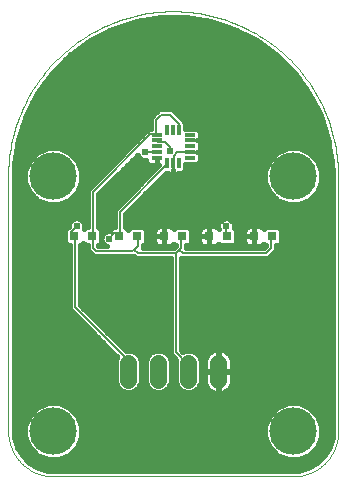
<source format=gtl>
G75*
%MOIN*%
%OFA0B0*%
%FSLAX25Y25*%
%IPPOS*%
%LPD*%
%AMOC8*
5,1,8,0,0,1.08239X$1,22.5*
%
%ADD10C,0.05543*%
%ADD11C,0.00000*%
%ADD12C,0.15811*%
%ADD13R,0.03740X0.01201*%
%ADD14R,0.01201X0.03740*%
%ADD15R,0.03150X0.03150*%
%ADD16C,0.00600*%
%ADD17C,0.02400*%
%ADD18C,0.01600*%
D10*
X0046800Y0051234D02*
X0046800Y0056778D01*
X0056800Y0056778D02*
X0056800Y0051234D01*
X0066800Y0051234D02*
X0066800Y0056778D01*
X0076800Y0056778D02*
X0076800Y0051234D01*
D11*
X0101800Y0019006D02*
X0102162Y0019010D01*
X0102525Y0019024D01*
X0102887Y0019045D01*
X0103248Y0019076D01*
X0103608Y0019115D01*
X0103967Y0019163D01*
X0104325Y0019220D01*
X0104682Y0019285D01*
X0105037Y0019359D01*
X0105390Y0019442D01*
X0105741Y0019533D01*
X0106089Y0019632D01*
X0106435Y0019740D01*
X0106779Y0019856D01*
X0107119Y0019981D01*
X0107456Y0020113D01*
X0107790Y0020254D01*
X0108121Y0020403D01*
X0108448Y0020560D01*
X0108771Y0020724D01*
X0109090Y0020896D01*
X0109404Y0021076D01*
X0109715Y0021264D01*
X0110020Y0021459D01*
X0110321Y0021661D01*
X0110617Y0021871D01*
X0110907Y0022087D01*
X0111193Y0022311D01*
X0111473Y0022541D01*
X0111747Y0022778D01*
X0112015Y0023022D01*
X0112278Y0023272D01*
X0112534Y0023528D01*
X0112784Y0023791D01*
X0113028Y0024059D01*
X0113265Y0024333D01*
X0113495Y0024613D01*
X0113719Y0024899D01*
X0113935Y0025189D01*
X0114145Y0025485D01*
X0114347Y0025786D01*
X0114542Y0026091D01*
X0114730Y0026402D01*
X0114910Y0026716D01*
X0115082Y0027035D01*
X0115246Y0027358D01*
X0115403Y0027685D01*
X0115552Y0028016D01*
X0115693Y0028350D01*
X0115825Y0028687D01*
X0115950Y0029027D01*
X0116066Y0029371D01*
X0116174Y0029717D01*
X0116273Y0030065D01*
X0116364Y0030416D01*
X0116447Y0030769D01*
X0116521Y0031124D01*
X0116586Y0031481D01*
X0116643Y0031839D01*
X0116691Y0032198D01*
X0116730Y0032558D01*
X0116761Y0032919D01*
X0116782Y0033281D01*
X0116796Y0033644D01*
X0116800Y0034006D01*
X0116800Y0119006D01*
X0116784Y0120345D01*
X0116735Y0121684D01*
X0116653Y0123021D01*
X0116539Y0124355D01*
X0116393Y0125687D01*
X0116214Y0127014D01*
X0116003Y0128337D01*
X0115759Y0129654D01*
X0115484Y0130965D01*
X0115177Y0132268D01*
X0114838Y0133564D01*
X0114468Y0134851D01*
X0114067Y0136129D01*
X0113634Y0137397D01*
X0113171Y0138654D01*
X0112677Y0139899D01*
X0112153Y0141132D01*
X0111600Y0142351D01*
X0111016Y0143557D01*
X0110404Y0144748D01*
X0109763Y0145924D01*
X0109093Y0147084D01*
X0108395Y0148227D01*
X0107670Y0149353D01*
X0106917Y0150461D01*
X0106138Y0151551D01*
X0105332Y0152621D01*
X0104501Y0153671D01*
X0103644Y0154700D01*
X0102762Y0155709D01*
X0101857Y0156695D01*
X0100927Y0157659D01*
X0099974Y0158601D01*
X0098999Y0159519D01*
X0098001Y0160412D01*
X0096982Y0161282D01*
X0095942Y0162126D01*
X0094882Y0162944D01*
X0093802Y0163737D01*
X0092704Y0164503D01*
X0091586Y0165242D01*
X0090452Y0165954D01*
X0089300Y0166637D01*
X0088132Y0167293D01*
X0086948Y0167920D01*
X0085750Y0168518D01*
X0084537Y0169086D01*
X0083311Y0169625D01*
X0082072Y0170134D01*
X0080821Y0170612D01*
X0079558Y0171060D01*
X0078286Y0171477D01*
X0077003Y0171863D01*
X0075711Y0172218D01*
X0074411Y0172541D01*
X0073104Y0172832D01*
X0071790Y0173091D01*
X0070470Y0173318D01*
X0069145Y0173513D01*
X0067815Y0173676D01*
X0066482Y0173806D01*
X0065147Y0173904D01*
X0063809Y0173969D01*
X0062470Y0174002D01*
X0061130Y0174002D01*
X0059791Y0173969D01*
X0058453Y0173904D01*
X0057118Y0173806D01*
X0055785Y0173676D01*
X0054455Y0173513D01*
X0053130Y0173318D01*
X0051810Y0173091D01*
X0050496Y0172832D01*
X0049189Y0172541D01*
X0047889Y0172218D01*
X0046597Y0171863D01*
X0045314Y0171477D01*
X0044042Y0171060D01*
X0042779Y0170612D01*
X0041528Y0170134D01*
X0040289Y0169625D01*
X0039063Y0169086D01*
X0037850Y0168518D01*
X0036652Y0167920D01*
X0035468Y0167293D01*
X0034300Y0166637D01*
X0033148Y0165954D01*
X0032014Y0165242D01*
X0030896Y0164503D01*
X0029798Y0163737D01*
X0028718Y0162944D01*
X0027658Y0162126D01*
X0026618Y0161282D01*
X0025599Y0160412D01*
X0024601Y0159519D01*
X0023626Y0158601D01*
X0022673Y0157659D01*
X0021743Y0156695D01*
X0020838Y0155709D01*
X0019956Y0154700D01*
X0019099Y0153671D01*
X0018268Y0152621D01*
X0017462Y0151551D01*
X0016683Y0150461D01*
X0015930Y0149353D01*
X0015205Y0148227D01*
X0014507Y0147084D01*
X0013837Y0145924D01*
X0013196Y0144748D01*
X0012584Y0143557D01*
X0012000Y0142351D01*
X0011447Y0141132D01*
X0010923Y0139899D01*
X0010429Y0138654D01*
X0009966Y0137397D01*
X0009533Y0136129D01*
X0009132Y0134851D01*
X0008762Y0133564D01*
X0008423Y0132268D01*
X0008116Y0130965D01*
X0007841Y0129654D01*
X0007597Y0128337D01*
X0007386Y0127014D01*
X0007207Y0125687D01*
X0007061Y0124355D01*
X0006947Y0123021D01*
X0006865Y0121684D01*
X0006816Y0120345D01*
X0006800Y0119006D01*
X0006800Y0034006D01*
X0006804Y0033644D01*
X0006818Y0033281D01*
X0006839Y0032919D01*
X0006870Y0032558D01*
X0006909Y0032198D01*
X0006957Y0031839D01*
X0007014Y0031481D01*
X0007079Y0031124D01*
X0007153Y0030769D01*
X0007236Y0030416D01*
X0007327Y0030065D01*
X0007426Y0029717D01*
X0007534Y0029371D01*
X0007650Y0029027D01*
X0007775Y0028687D01*
X0007907Y0028350D01*
X0008048Y0028016D01*
X0008197Y0027685D01*
X0008354Y0027358D01*
X0008518Y0027035D01*
X0008690Y0026716D01*
X0008870Y0026402D01*
X0009058Y0026091D01*
X0009253Y0025786D01*
X0009455Y0025485D01*
X0009665Y0025189D01*
X0009881Y0024899D01*
X0010105Y0024613D01*
X0010335Y0024333D01*
X0010572Y0024059D01*
X0010816Y0023791D01*
X0011066Y0023528D01*
X0011322Y0023272D01*
X0011585Y0023022D01*
X0011853Y0022778D01*
X0012127Y0022541D01*
X0012407Y0022311D01*
X0012693Y0022087D01*
X0012983Y0021871D01*
X0013279Y0021661D01*
X0013580Y0021459D01*
X0013885Y0021264D01*
X0014196Y0021076D01*
X0014510Y0020896D01*
X0014829Y0020724D01*
X0015152Y0020560D01*
X0015479Y0020403D01*
X0015810Y0020254D01*
X0016144Y0020113D01*
X0016481Y0019981D01*
X0016821Y0019856D01*
X0017165Y0019740D01*
X0017511Y0019632D01*
X0017859Y0019533D01*
X0018210Y0019442D01*
X0018563Y0019359D01*
X0018918Y0019285D01*
X0019275Y0019220D01*
X0019633Y0019163D01*
X0019992Y0019115D01*
X0020352Y0019076D01*
X0020713Y0019045D01*
X0021075Y0019024D01*
X0021438Y0019010D01*
X0021800Y0019006D01*
X0101800Y0019006D01*
D12*
X0101800Y0034006D03*
X0101800Y0119006D03*
X0021800Y0119006D03*
X0021800Y0034006D03*
D13*
X0056288Y0125069D03*
X0056288Y0127037D03*
X0056288Y0129006D03*
X0056288Y0130974D03*
X0056288Y0132943D03*
X0067312Y0132943D03*
X0067312Y0130974D03*
X0067312Y0129006D03*
X0067312Y0127037D03*
X0067312Y0125069D03*
D14*
X0063769Y0123494D03*
X0061800Y0123494D03*
X0059831Y0123494D03*
X0059871Y0134518D03*
X0061839Y0134518D03*
X0063808Y0134518D03*
D15*
X0064753Y0099006D03*
X0058847Y0099006D03*
X0049753Y0099006D03*
X0043847Y0099006D03*
X0034753Y0099006D03*
X0028847Y0099006D03*
X0073847Y0099006D03*
X0079753Y0099006D03*
X0088847Y0099006D03*
X0094753Y0099006D03*
D16*
X0094400Y0098806D01*
X0094400Y0095206D01*
X0092600Y0093406D01*
X0065000Y0093406D01*
X0063800Y0094606D01*
X0064400Y0095206D01*
X0064400Y0098806D01*
X0064753Y0099006D01*
X0063800Y0094606D02*
X0062600Y0093406D01*
X0062600Y0060406D01*
X0066800Y0056206D01*
X0066800Y0054006D01*
X0046800Y0054006D02*
X0046400Y0054406D01*
X0046400Y0058006D01*
X0029000Y0075406D01*
X0029000Y0098806D01*
X0028847Y0099006D01*
X0028400Y0099406D01*
X0027800Y0100006D01*
X0027800Y0100606D01*
X0029600Y0102406D01*
X0034753Y0099006D02*
X0035000Y0099406D01*
X0035000Y0113806D01*
X0054200Y0133006D01*
X0056000Y0133006D01*
X0056288Y0132943D01*
X0056000Y0133006D02*
X0056000Y0137806D01*
X0057800Y0139606D01*
X0060800Y0139606D01*
X0063800Y0136606D01*
X0063800Y0134806D01*
X0063808Y0134518D01*
X0067400Y0131206D02*
X0067312Y0130974D01*
X0067400Y0131206D02*
X0069200Y0131206D01*
X0069794Y0130974D01*
X0067312Y0127037D02*
X0066800Y0127006D01*
X0063200Y0127006D01*
X0062000Y0125806D01*
X0062000Y0124006D01*
X0061800Y0123494D01*
X0062000Y0123406D01*
X0062000Y0121606D01*
X0061800Y0121012D01*
X0060200Y0123406D02*
X0059831Y0123494D01*
X0060200Y0123406D02*
X0044000Y0107206D01*
X0044000Y0100006D01*
X0043847Y0099006D01*
X0044000Y0099406D01*
X0044000Y0100006D01*
X0042200Y0100006D01*
X0040400Y0098206D01*
X0036200Y0094006D02*
X0048200Y0094006D01*
X0048800Y0094606D01*
X0050000Y0093406D01*
X0062600Y0093406D01*
X0050000Y0095806D02*
X0050000Y0098806D01*
X0049753Y0099006D01*
X0050000Y0095806D02*
X0048800Y0094606D01*
X0036200Y0094006D02*
X0035000Y0095206D01*
X0035000Y0098806D01*
X0034753Y0099006D01*
X0052400Y0127006D02*
X0056000Y0127006D01*
X0056288Y0127037D01*
X0056600Y0130606D02*
X0056288Y0130974D01*
X0056600Y0130606D02*
X0059000Y0130606D01*
X0060800Y0128806D01*
X0060800Y0127606D01*
X0079400Y0102406D02*
X0079400Y0099406D01*
X0079753Y0099006D01*
D17*
X0079400Y0102406D03*
X0060800Y0127606D03*
X0052400Y0127006D03*
X0039300Y0106506D03*
X0040400Y0098206D03*
X0029600Y0102406D03*
D18*
X0011328Y0025970D02*
X0013764Y0023534D01*
X0016749Y0021811D01*
X0020077Y0020919D01*
X0021800Y0020806D01*
X0101800Y0020806D01*
X0103523Y0020919D01*
X0106851Y0021811D01*
X0109836Y0023534D01*
X0112272Y0025970D01*
X0113995Y0028954D01*
X0114887Y0032283D01*
X0115000Y0034006D01*
X0115000Y0119006D01*
X0114836Y0123180D01*
X0113530Y0131425D01*
X0110950Y0139365D01*
X0107160Y0146803D01*
X0107160Y0146803D01*
X0102254Y0153557D01*
X0102254Y0153557D01*
X0096351Y0159459D01*
X0089597Y0164366D01*
X0082159Y0168156D01*
X0074219Y0170736D01*
X0065974Y0172042D01*
X0057626Y0172042D01*
X0049381Y0170736D01*
X0041441Y0168156D01*
X0034003Y0164366D01*
X0027249Y0159459D01*
X0021346Y0153557D01*
X0016440Y0146803D01*
X0012650Y0139365D01*
X0010070Y0131425D01*
X0008764Y0123180D01*
X0008600Y0119006D01*
X0008600Y0034006D01*
X0008713Y0032283D01*
X0009605Y0028954D01*
X0011328Y0025970D01*
X0011898Y0025400D02*
X0018260Y0025400D01*
X0019949Y0024700D02*
X0016529Y0026117D01*
X0013911Y0028735D01*
X0012494Y0032155D01*
X0012494Y0035857D01*
X0013911Y0039277D01*
X0016529Y0041895D01*
X0019949Y0043311D01*
X0023651Y0043311D01*
X0027071Y0041895D01*
X0029689Y0039277D01*
X0031105Y0035857D01*
X0031105Y0032155D01*
X0029689Y0028735D01*
X0027071Y0026117D01*
X0023651Y0024700D01*
X0019949Y0024700D01*
X0016069Y0022203D02*
X0107531Y0022203D01*
X0105340Y0025400D02*
X0111702Y0025400D01*
X0112866Y0026998D02*
X0107953Y0026998D01*
X0107071Y0026117D02*
X0109689Y0028735D01*
X0111105Y0032155D01*
X0111105Y0035857D01*
X0109689Y0039277D01*
X0107071Y0041895D01*
X0103651Y0043311D01*
X0099949Y0043311D01*
X0096529Y0041895D01*
X0093911Y0039277D01*
X0092494Y0035857D01*
X0092494Y0032155D01*
X0093911Y0028735D01*
X0096529Y0026117D01*
X0099949Y0024700D01*
X0103651Y0024700D01*
X0107071Y0026117D01*
X0109551Y0028597D02*
X0113789Y0028597D01*
X0114328Y0030195D02*
X0110294Y0030195D01*
X0110956Y0031794D02*
X0114756Y0031794D01*
X0114960Y0033393D02*
X0111105Y0033393D01*
X0111105Y0034991D02*
X0115000Y0034991D01*
X0115000Y0036590D02*
X0110802Y0036590D01*
X0110140Y0038188D02*
X0115000Y0038188D01*
X0115000Y0039787D02*
X0109179Y0039787D01*
X0107581Y0041385D02*
X0115000Y0041385D01*
X0115000Y0042984D02*
X0104442Y0042984D01*
X0099158Y0042984D02*
X0024442Y0042984D01*
X0027581Y0041385D02*
X0096019Y0041385D01*
X0094421Y0039787D02*
X0029179Y0039787D01*
X0030140Y0038188D02*
X0093460Y0038188D01*
X0092798Y0036590D02*
X0030802Y0036590D01*
X0031105Y0034991D02*
X0092494Y0034991D01*
X0092494Y0033393D02*
X0031105Y0033393D01*
X0030956Y0031794D02*
X0092644Y0031794D01*
X0093306Y0030195D02*
X0030294Y0030195D01*
X0029551Y0028597D02*
X0094049Y0028597D01*
X0095647Y0026998D02*
X0027953Y0026998D01*
X0025340Y0025400D02*
X0098260Y0025400D01*
X0110103Y0023801D02*
X0013497Y0023801D01*
X0015647Y0026998D02*
X0010734Y0026998D01*
X0009811Y0028597D02*
X0014049Y0028597D01*
X0013306Y0030195D02*
X0009272Y0030195D01*
X0008844Y0031794D02*
X0012644Y0031794D01*
X0012494Y0033393D02*
X0008640Y0033393D01*
X0008600Y0034991D02*
X0012494Y0034991D01*
X0012798Y0036590D02*
X0008600Y0036590D01*
X0008600Y0038188D02*
X0013460Y0038188D01*
X0014421Y0039787D02*
X0008600Y0039787D01*
X0008600Y0041385D02*
X0016019Y0041385D01*
X0019158Y0042984D02*
X0008600Y0042984D01*
X0008600Y0044582D02*
X0115000Y0044582D01*
X0115000Y0046181D02*
X0008600Y0046181D01*
X0008600Y0047779D02*
X0044356Y0047779D01*
X0044437Y0047698D02*
X0045970Y0047063D01*
X0047630Y0047063D01*
X0049163Y0047698D01*
X0050337Y0048871D01*
X0050972Y0050404D01*
X0050972Y0057607D01*
X0050337Y0059141D01*
X0049163Y0060314D01*
X0047630Y0060949D01*
X0045970Y0060949D01*
X0045893Y0060917D01*
X0030700Y0076110D01*
X0030700Y0096031D01*
X0031002Y0096031D01*
X0031800Y0096829D01*
X0032598Y0096031D01*
X0033300Y0096031D01*
X0033300Y0094502D01*
X0034500Y0093302D01*
X0035496Y0092306D01*
X0048696Y0092306D01*
X0049296Y0091706D01*
X0060900Y0091706D01*
X0060900Y0059702D01*
X0061896Y0058706D01*
X0062736Y0057866D01*
X0062628Y0057607D01*
X0062628Y0050404D01*
X0063263Y0048871D01*
X0064437Y0047698D01*
X0065970Y0047063D01*
X0067630Y0047063D01*
X0069163Y0047698D01*
X0070337Y0048871D01*
X0070972Y0050404D01*
X0070972Y0057607D01*
X0070337Y0059141D01*
X0069163Y0060314D01*
X0067630Y0060949D01*
X0065970Y0060949D01*
X0064903Y0060507D01*
X0064300Y0061110D01*
X0064300Y0091706D01*
X0093304Y0091706D01*
X0094300Y0092702D01*
X0096100Y0094502D01*
X0096100Y0096031D01*
X0096907Y0096031D01*
X0097728Y0096851D01*
X0097728Y0101161D01*
X0096907Y0101981D01*
X0092598Y0101981D01*
X0092024Y0101406D01*
X0091862Y0101686D01*
X0091527Y0102021D01*
X0091117Y0102258D01*
X0090659Y0102381D01*
X0088847Y0102381D01*
X0087035Y0102381D01*
X0086578Y0102258D01*
X0086167Y0102021D01*
X0085832Y0101686D01*
X0085595Y0101275D01*
X0085472Y0100818D01*
X0085472Y0099006D01*
X0088847Y0099006D01*
X0088847Y0099006D01*
X0088847Y0102381D01*
X0088847Y0099006D01*
X0088847Y0099006D01*
X0085472Y0099006D01*
X0085472Y0097194D01*
X0085595Y0096736D01*
X0085832Y0096326D01*
X0086167Y0095991D01*
X0086578Y0095754D01*
X0087035Y0095631D01*
X0088847Y0095631D01*
X0088847Y0099006D01*
X0088847Y0099006D01*
X0088847Y0095631D01*
X0090659Y0095631D01*
X0091117Y0095754D01*
X0091527Y0095991D01*
X0091862Y0096326D01*
X0092024Y0096605D01*
X0092598Y0096031D01*
X0092700Y0096031D01*
X0092700Y0095910D01*
X0091896Y0095106D01*
X0066100Y0095106D01*
X0066100Y0096031D01*
X0066907Y0096031D01*
X0067728Y0096851D01*
X0067728Y0101161D01*
X0066907Y0101981D01*
X0062598Y0101981D01*
X0062024Y0101406D01*
X0061862Y0101686D01*
X0061527Y0102021D01*
X0061117Y0102258D01*
X0060659Y0102381D01*
X0058847Y0102381D01*
X0057035Y0102381D01*
X0056578Y0102258D01*
X0056167Y0102021D01*
X0055832Y0101686D01*
X0055595Y0101275D01*
X0055472Y0100818D01*
X0055472Y0099006D01*
X0058847Y0099006D01*
X0058847Y0099006D01*
X0058847Y0102381D01*
X0058847Y0099006D01*
X0058847Y0099006D01*
X0055472Y0099006D01*
X0055472Y0097194D01*
X0055595Y0096736D01*
X0055832Y0096326D01*
X0056167Y0095991D01*
X0056578Y0095754D01*
X0057035Y0095631D01*
X0058847Y0095631D01*
X0058847Y0099006D01*
X0058847Y0099006D01*
X0058847Y0095631D01*
X0060659Y0095631D01*
X0061117Y0095754D01*
X0061527Y0095991D01*
X0061862Y0096326D01*
X0062024Y0096605D01*
X0062598Y0096031D01*
X0062700Y0096031D01*
X0062700Y0095910D01*
X0062100Y0095310D01*
X0061896Y0095106D01*
X0051700Y0095106D01*
X0051700Y0096031D01*
X0051907Y0096031D01*
X0052728Y0096851D01*
X0052728Y0101161D01*
X0051907Y0101981D01*
X0047598Y0101981D01*
X0046800Y0101183D01*
X0046002Y0101981D01*
X0045700Y0101981D01*
X0045700Y0106502D01*
X0059422Y0120224D01*
X0060054Y0120224D01*
X0060094Y0120184D01*
X0060505Y0119947D01*
X0060963Y0119824D01*
X0061800Y0119824D01*
X0062637Y0119824D01*
X0063095Y0119947D01*
X0063506Y0120184D01*
X0063546Y0120224D01*
X0064949Y0120224D01*
X0065769Y0121044D01*
X0065769Y0123069D01*
X0069762Y0123069D01*
X0070582Y0123889D01*
X0070582Y0125291D01*
X0070622Y0125332D01*
X0070859Y0125742D01*
X0070982Y0126200D01*
X0070982Y0127037D01*
X0069794Y0127037D01*
X0069794Y0127037D01*
X0069794Y0127037D01*
X0070982Y0127037D01*
X0070982Y0127875D01*
X0070859Y0128333D01*
X0070622Y0128743D01*
X0070582Y0128783D01*
X0070582Y0129228D01*
X0070622Y0129269D01*
X0070859Y0129679D01*
X0070982Y0130137D01*
X0070982Y0130974D01*
X0069794Y0130974D01*
X0069794Y0130974D01*
X0069794Y0130974D01*
X0070982Y0130974D01*
X0070982Y0131812D01*
X0070859Y0132270D01*
X0070622Y0132680D01*
X0070582Y0132720D01*
X0070582Y0134123D01*
X0069762Y0134943D01*
X0065808Y0134943D01*
X0065808Y0136968D01*
X0065500Y0137276D01*
X0065500Y0137310D01*
X0064504Y0138306D01*
X0061504Y0141306D01*
X0057096Y0141306D01*
X0056100Y0140310D01*
X0054300Y0138510D01*
X0054300Y0134943D01*
X0053838Y0134943D01*
X0053601Y0134706D01*
X0053496Y0134706D01*
X0034296Y0115506D01*
X0033300Y0114510D01*
X0033300Y0101981D01*
X0032598Y0101981D01*
X0031984Y0101366D01*
X0032200Y0101889D01*
X0032200Y0102923D01*
X0031804Y0103879D01*
X0031073Y0104610D01*
X0030117Y0105006D01*
X0029083Y0105006D01*
X0028127Y0104610D01*
X0027396Y0103879D01*
X0027000Y0102923D01*
X0027000Y0102210D01*
X0026771Y0101981D01*
X0026693Y0101981D01*
X0025872Y0101161D01*
X0025872Y0096851D01*
X0026693Y0096031D01*
X0027300Y0096031D01*
X0027300Y0074702D01*
X0043146Y0058856D01*
X0042628Y0057607D01*
X0042628Y0050404D01*
X0043263Y0048871D01*
X0044437Y0047698D01*
X0043054Y0049378D02*
X0008600Y0049378D01*
X0008600Y0050976D02*
X0042628Y0050976D01*
X0042628Y0052575D02*
X0008600Y0052575D01*
X0008600Y0054173D02*
X0042628Y0054173D01*
X0042628Y0055772D02*
X0008600Y0055772D01*
X0008600Y0057370D02*
X0042628Y0057370D01*
X0043033Y0058969D02*
X0008600Y0058969D01*
X0008600Y0060567D02*
X0041435Y0060567D01*
X0039836Y0062166D02*
X0008600Y0062166D01*
X0008600Y0063764D02*
X0038238Y0063764D01*
X0036639Y0065363D02*
X0008600Y0065363D01*
X0008600Y0066961D02*
X0035040Y0066961D01*
X0033442Y0068560D02*
X0008600Y0068560D01*
X0008600Y0070158D02*
X0031843Y0070158D01*
X0030245Y0071757D02*
X0008600Y0071757D01*
X0008600Y0073355D02*
X0028646Y0073355D01*
X0027300Y0074954D02*
X0008600Y0074954D01*
X0008600Y0076552D02*
X0027300Y0076552D01*
X0027300Y0078151D02*
X0008600Y0078151D01*
X0008600Y0079749D02*
X0027300Y0079749D01*
X0027300Y0081348D02*
X0008600Y0081348D01*
X0008600Y0082946D02*
X0027300Y0082946D01*
X0027300Y0084545D02*
X0008600Y0084545D01*
X0008600Y0086143D02*
X0027300Y0086143D01*
X0027300Y0087742D02*
X0008600Y0087742D01*
X0008600Y0089340D02*
X0027300Y0089340D01*
X0027300Y0090939D02*
X0008600Y0090939D01*
X0008600Y0092537D02*
X0027300Y0092537D01*
X0027300Y0094136D02*
X0008600Y0094136D01*
X0008600Y0095734D02*
X0027300Y0095734D01*
X0025872Y0097333D02*
X0008600Y0097333D01*
X0008600Y0098931D02*
X0025872Y0098931D01*
X0025872Y0100530D02*
X0008600Y0100530D01*
X0008600Y0102128D02*
X0026918Y0102128D01*
X0027333Y0103727D02*
X0008600Y0103727D01*
X0008600Y0105326D02*
X0033300Y0105326D01*
X0033300Y0106924D02*
X0008600Y0106924D01*
X0008600Y0108523D02*
X0033300Y0108523D01*
X0033300Y0110121D02*
X0024667Y0110121D01*
X0023651Y0109700D02*
X0027071Y0111117D01*
X0029689Y0113735D01*
X0031105Y0117155D01*
X0031105Y0120857D01*
X0029689Y0124277D01*
X0027071Y0126895D01*
X0023651Y0128311D01*
X0019949Y0128311D01*
X0016529Y0126895D01*
X0013911Y0124277D01*
X0012494Y0120857D01*
X0012494Y0117155D01*
X0013911Y0113735D01*
X0016529Y0111117D01*
X0019949Y0109700D01*
X0023651Y0109700D01*
X0027674Y0111720D02*
X0033300Y0111720D01*
X0033300Y0113318D02*
X0029272Y0113318D01*
X0030178Y0114917D02*
X0033707Y0114917D01*
X0035305Y0116515D02*
X0030840Y0116515D01*
X0031105Y0118114D02*
X0036904Y0118114D01*
X0038502Y0119712D02*
X0031105Y0119712D01*
X0030918Y0121311D02*
X0040101Y0121311D01*
X0041699Y0122909D02*
X0030255Y0122909D01*
X0029458Y0124508D02*
X0043298Y0124508D01*
X0044896Y0126106D02*
X0027860Y0126106D01*
X0025116Y0127705D02*
X0046495Y0127705D01*
X0048093Y0129303D02*
X0009734Y0129303D01*
X0009481Y0127705D02*
X0018484Y0127705D01*
X0015740Y0126106D02*
X0009227Y0126106D01*
X0008974Y0124508D02*
X0014142Y0124508D01*
X0013345Y0122909D02*
X0008753Y0122909D01*
X0008691Y0121311D02*
X0012682Y0121311D01*
X0012494Y0119712D02*
X0008628Y0119712D01*
X0008600Y0118114D02*
X0012494Y0118114D01*
X0012759Y0116515D02*
X0008600Y0116515D01*
X0008600Y0114917D02*
X0013422Y0114917D01*
X0014328Y0113318D02*
X0008600Y0113318D01*
X0008600Y0111720D02*
X0015926Y0111720D01*
X0018933Y0110121D02*
X0008600Y0110121D01*
X0009987Y0130902D02*
X0049692Y0130902D01*
X0051290Y0132500D02*
X0010419Y0132500D01*
X0010939Y0134099D02*
X0052889Y0134099D01*
X0054300Y0135697D02*
X0011458Y0135697D01*
X0011977Y0137296D02*
X0054300Y0137296D01*
X0054684Y0138894D02*
X0012497Y0138894D01*
X0013224Y0140493D02*
X0056283Y0140493D01*
X0062317Y0140493D02*
X0110376Y0140493D01*
X0111103Y0138894D02*
X0063916Y0138894D01*
X0065500Y0137296D02*
X0111623Y0137296D01*
X0112142Y0135697D02*
X0065808Y0135697D01*
X0070582Y0134099D02*
X0112661Y0134099D01*
X0113181Y0132500D02*
X0070726Y0132500D01*
X0070982Y0130902D02*
X0113613Y0130902D01*
X0113866Y0129303D02*
X0070642Y0129303D01*
X0070982Y0127705D02*
X0098484Y0127705D01*
X0099949Y0128311D02*
X0096529Y0126895D01*
X0093911Y0124277D01*
X0092494Y0120857D01*
X0092494Y0117155D01*
X0093911Y0113735D01*
X0096529Y0111117D01*
X0099949Y0109700D01*
X0103651Y0109700D01*
X0107071Y0111117D01*
X0109689Y0113735D01*
X0111105Y0117155D01*
X0111105Y0120857D01*
X0109689Y0124277D01*
X0107071Y0126895D01*
X0103651Y0128311D01*
X0099949Y0128311D01*
X0095740Y0126106D02*
X0070957Y0126106D01*
X0070582Y0124508D02*
X0094142Y0124508D01*
X0093345Y0122909D02*
X0065769Y0122909D01*
X0065769Y0121311D02*
X0092682Y0121311D01*
X0092494Y0119712D02*
X0058910Y0119712D01*
X0057312Y0118114D02*
X0092494Y0118114D01*
X0092759Y0116515D02*
X0055713Y0116515D01*
X0054115Y0114917D02*
X0093422Y0114917D01*
X0094328Y0113318D02*
X0052516Y0113318D01*
X0050918Y0111720D02*
X0095926Y0111720D01*
X0098933Y0110121D02*
X0049319Y0110121D01*
X0047721Y0108523D02*
X0115000Y0108523D01*
X0115000Y0110121D02*
X0104667Y0110121D01*
X0107674Y0111720D02*
X0115000Y0111720D01*
X0115000Y0113318D02*
X0109272Y0113318D01*
X0110178Y0114917D02*
X0115000Y0114917D01*
X0115000Y0116515D02*
X0110840Y0116515D01*
X0111105Y0118114D02*
X0115000Y0118114D01*
X0114972Y0119712D02*
X0111105Y0119712D01*
X0110918Y0121311D02*
X0114909Y0121311D01*
X0114847Y0122909D02*
X0110255Y0122909D01*
X0109458Y0124508D02*
X0114626Y0124508D01*
X0114373Y0126106D02*
X0107860Y0126106D01*
X0105116Y0127705D02*
X0114119Y0127705D01*
X0109561Y0142091D02*
X0014039Y0142091D01*
X0014853Y0143690D02*
X0108747Y0143690D01*
X0107932Y0145288D02*
X0015668Y0145288D01*
X0016501Y0146887D02*
X0107099Y0146887D01*
X0105938Y0148485D02*
X0017662Y0148485D01*
X0018823Y0150084D02*
X0104777Y0150084D01*
X0103615Y0151682D02*
X0019985Y0151682D01*
X0021146Y0153281D02*
X0102454Y0153281D01*
X0100931Y0154879D02*
X0022669Y0154879D01*
X0024268Y0156478D02*
X0099332Y0156478D01*
X0097734Y0158076D02*
X0025866Y0158076D01*
X0027546Y0159675D02*
X0096054Y0159675D01*
X0093854Y0161273D02*
X0029746Y0161273D01*
X0031946Y0162872D02*
X0091654Y0162872D01*
X0089393Y0164470D02*
X0034207Y0164470D01*
X0037345Y0166069D02*
X0086255Y0166069D01*
X0083118Y0167667D02*
X0040482Y0167667D01*
X0044856Y0169266D02*
X0078744Y0169266D01*
X0073408Y0170864D02*
X0050192Y0170864D01*
X0049884Y0126286D02*
X0036700Y0113102D01*
X0036700Y0101981D01*
X0036907Y0101981D01*
X0037728Y0101161D01*
X0037728Y0096851D01*
X0036907Y0096031D01*
X0036700Y0096031D01*
X0036700Y0095910D01*
X0036904Y0095706D01*
X0039641Y0095706D01*
X0038927Y0096002D01*
X0038196Y0096733D01*
X0037800Y0097689D01*
X0037800Y0098723D01*
X0038196Y0099679D01*
X0038927Y0100410D01*
X0039883Y0100806D01*
X0040596Y0100806D01*
X0040872Y0101082D01*
X0040872Y0101161D01*
X0041693Y0101981D01*
X0042300Y0101981D01*
X0042300Y0107910D01*
X0057058Y0122669D01*
X0056288Y0122669D01*
X0056288Y0125037D01*
X0056288Y0125037D01*
X0056288Y0122669D01*
X0054181Y0122669D01*
X0053723Y0122791D01*
X0053313Y0123028D01*
X0052978Y0123363D01*
X0052741Y0123774D01*
X0052618Y0124232D01*
X0052618Y0124406D01*
X0051883Y0124406D01*
X0050927Y0124802D01*
X0050196Y0125533D01*
X0049884Y0126286D01*
X0049958Y0126106D02*
X0049704Y0126106D01*
X0048106Y0124508D02*
X0051637Y0124508D01*
X0053519Y0122909D02*
X0046507Y0122909D01*
X0044909Y0121311D02*
X0055701Y0121311D01*
X0056288Y0122909D02*
X0056288Y0122909D01*
X0056288Y0124508D02*
X0056288Y0124508D01*
X0054102Y0119712D02*
X0043310Y0119712D01*
X0041712Y0118114D02*
X0052504Y0118114D01*
X0050905Y0116515D02*
X0040113Y0116515D01*
X0038515Y0114917D02*
X0049307Y0114917D01*
X0047708Y0113318D02*
X0036916Y0113318D01*
X0036700Y0111720D02*
X0046110Y0111720D01*
X0044511Y0110121D02*
X0036700Y0110121D01*
X0036700Y0108523D02*
X0042912Y0108523D01*
X0042300Y0106924D02*
X0036700Y0106924D01*
X0036700Y0105326D02*
X0042300Y0105326D01*
X0042300Y0103727D02*
X0036700Y0103727D01*
X0036700Y0102128D02*
X0042300Y0102128D01*
X0045700Y0102128D02*
X0056353Y0102128D01*
X0055472Y0100530D02*
X0052728Y0100530D01*
X0052728Y0098931D02*
X0055472Y0098931D01*
X0055472Y0097333D02*
X0052728Y0097333D01*
X0051700Y0095734D02*
X0056650Y0095734D01*
X0058847Y0095734D02*
X0058847Y0095734D01*
X0058847Y0097333D02*
X0058847Y0097333D01*
X0058847Y0098931D02*
X0058847Y0098931D01*
X0058847Y0100530D02*
X0058847Y0100530D01*
X0058847Y0102128D02*
X0058847Y0102128D01*
X0061341Y0102128D02*
X0071353Y0102128D01*
X0071167Y0102021D02*
X0070832Y0101686D01*
X0070595Y0101275D01*
X0070472Y0100818D01*
X0070472Y0099006D01*
X0073847Y0099006D01*
X0073847Y0099006D01*
X0073847Y0102381D01*
X0072035Y0102381D01*
X0071578Y0102258D01*
X0071167Y0102021D01*
X0070472Y0100530D02*
X0067728Y0100530D01*
X0067728Y0098931D02*
X0070472Y0098931D01*
X0070472Y0099006D02*
X0070472Y0097194D01*
X0070595Y0096736D01*
X0070832Y0096326D01*
X0071167Y0095991D01*
X0071578Y0095754D01*
X0072035Y0095631D01*
X0073847Y0095631D01*
X0073847Y0099006D01*
X0073847Y0099006D01*
X0070472Y0099006D01*
X0070472Y0097333D02*
X0067728Y0097333D01*
X0066100Y0095734D02*
X0071650Y0095734D01*
X0073847Y0095734D02*
X0073847Y0095734D01*
X0073847Y0095631D02*
X0075659Y0095631D01*
X0076117Y0095754D01*
X0076527Y0095991D01*
X0076862Y0096326D01*
X0077024Y0096605D01*
X0077598Y0096031D01*
X0081907Y0096031D01*
X0082728Y0096851D01*
X0082728Y0101161D01*
X0082000Y0101888D01*
X0082000Y0101889D01*
X0082000Y0102923D01*
X0081604Y0103879D01*
X0080873Y0104610D01*
X0079917Y0105006D01*
X0078883Y0105006D01*
X0077927Y0104610D01*
X0077196Y0103879D01*
X0076800Y0102923D01*
X0076800Y0101889D01*
X0076939Y0101553D01*
X0076862Y0101686D01*
X0076527Y0102021D01*
X0076117Y0102258D01*
X0075659Y0102381D01*
X0073847Y0102381D01*
X0073847Y0099006D01*
X0073847Y0099006D01*
X0073847Y0095631D01*
X0073847Y0097333D02*
X0073847Y0097333D01*
X0073847Y0098931D02*
X0073847Y0098931D01*
X0073847Y0100530D02*
X0073847Y0100530D01*
X0073847Y0102128D02*
X0073847Y0102128D01*
X0076341Y0102128D02*
X0076800Y0102128D01*
X0077133Y0103727D02*
X0045700Y0103727D01*
X0045700Y0105326D02*
X0115000Y0105326D01*
X0115000Y0106924D02*
X0046122Y0106924D01*
X0039217Y0100530D02*
X0037728Y0100530D01*
X0037728Y0098931D02*
X0037886Y0098931D01*
X0037947Y0097333D02*
X0037728Y0097333D01*
X0036876Y0095734D02*
X0039573Y0095734D01*
X0035264Y0092537D02*
X0030700Y0092537D01*
X0030700Y0090939D02*
X0060900Y0090939D01*
X0060900Y0089340D02*
X0030700Y0089340D01*
X0030700Y0087742D02*
X0060900Y0087742D01*
X0060900Y0086143D02*
X0030700Y0086143D01*
X0030700Y0084545D02*
X0060900Y0084545D01*
X0060900Y0082946D02*
X0030700Y0082946D01*
X0030700Y0081348D02*
X0060900Y0081348D01*
X0060900Y0079749D02*
X0030700Y0079749D01*
X0030700Y0078151D02*
X0060900Y0078151D01*
X0060900Y0076552D02*
X0030700Y0076552D01*
X0031856Y0074954D02*
X0060900Y0074954D01*
X0060900Y0073355D02*
X0033455Y0073355D01*
X0035053Y0071757D02*
X0060900Y0071757D01*
X0060900Y0070158D02*
X0036652Y0070158D01*
X0038250Y0068560D02*
X0060900Y0068560D01*
X0060900Y0066961D02*
X0039849Y0066961D01*
X0041447Y0065363D02*
X0060900Y0065363D01*
X0060900Y0063764D02*
X0043046Y0063764D01*
X0044644Y0062166D02*
X0060900Y0062166D01*
X0060900Y0060567D02*
X0058552Y0060567D01*
X0059163Y0060314D02*
X0057630Y0060949D01*
X0055970Y0060949D01*
X0054437Y0060314D01*
X0053263Y0059141D01*
X0052628Y0057607D01*
X0052628Y0050404D01*
X0053263Y0048871D01*
X0054437Y0047698D01*
X0055970Y0047063D01*
X0057630Y0047063D01*
X0059163Y0047698D01*
X0060337Y0048871D01*
X0060972Y0050404D01*
X0060972Y0057607D01*
X0060337Y0059141D01*
X0059163Y0060314D01*
X0060408Y0058969D02*
X0061633Y0058969D01*
X0060972Y0057370D02*
X0062628Y0057370D01*
X0062628Y0055772D02*
X0060972Y0055772D01*
X0060972Y0054173D02*
X0062628Y0054173D01*
X0062628Y0052575D02*
X0060972Y0052575D01*
X0060972Y0050976D02*
X0062628Y0050976D01*
X0063054Y0049378D02*
X0060546Y0049378D01*
X0059244Y0047779D02*
X0064356Y0047779D01*
X0069244Y0047779D02*
X0073790Y0047779D01*
X0073822Y0047747D02*
X0074404Y0047324D01*
X0075045Y0046998D01*
X0075729Y0046775D01*
X0076440Y0046663D01*
X0076714Y0046663D01*
X0076714Y0053920D01*
X0072228Y0053920D01*
X0072228Y0050874D01*
X0072341Y0050164D01*
X0072563Y0049479D01*
X0072890Y0048838D01*
X0073313Y0048256D01*
X0073822Y0047747D01*
X0072615Y0049378D02*
X0070546Y0049378D01*
X0070972Y0050976D02*
X0072228Y0050976D01*
X0072228Y0052575D02*
X0070972Y0052575D01*
X0070972Y0054173D02*
X0072228Y0054173D01*
X0072228Y0054092D02*
X0076714Y0054092D01*
X0076714Y0061349D01*
X0076440Y0061349D01*
X0075729Y0061237D01*
X0075045Y0061014D01*
X0074404Y0060688D01*
X0073822Y0060265D01*
X0073313Y0059756D01*
X0072890Y0059174D01*
X0072563Y0058532D01*
X0072341Y0057848D01*
X0072228Y0057137D01*
X0072228Y0054092D01*
X0072228Y0055772D02*
X0070972Y0055772D01*
X0070972Y0057370D02*
X0072265Y0057370D01*
X0072786Y0058969D02*
X0070408Y0058969D01*
X0068552Y0060567D02*
X0074238Y0060567D01*
X0076714Y0060567D02*
X0076886Y0060567D01*
X0076886Y0061349D02*
X0076886Y0054092D01*
X0076714Y0054092D01*
X0076714Y0053920D01*
X0076886Y0053920D01*
X0076886Y0054092D01*
X0081372Y0054092D01*
X0081372Y0057137D01*
X0081259Y0057848D01*
X0081037Y0058532D01*
X0080710Y0059174D01*
X0080287Y0059756D01*
X0079778Y0060265D01*
X0079196Y0060688D01*
X0078555Y0061014D01*
X0077871Y0061237D01*
X0077160Y0061349D01*
X0076886Y0061349D01*
X0076886Y0058969D02*
X0076714Y0058969D01*
X0076714Y0057370D02*
X0076886Y0057370D01*
X0076886Y0055772D02*
X0076714Y0055772D01*
X0076714Y0054173D02*
X0076886Y0054173D01*
X0076886Y0053920D02*
X0081372Y0053920D01*
X0081372Y0050874D01*
X0081259Y0050164D01*
X0081037Y0049479D01*
X0080710Y0048838D01*
X0080287Y0048256D01*
X0079778Y0047747D01*
X0079196Y0047324D01*
X0078555Y0046998D01*
X0077871Y0046775D01*
X0077160Y0046663D01*
X0076886Y0046663D01*
X0076886Y0053920D01*
X0076886Y0052575D02*
X0076714Y0052575D01*
X0076714Y0050976D02*
X0076886Y0050976D01*
X0076886Y0049378D02*
X0076714Y0049378D01*
X0076714Y0047779D02*
X0076886Y0047779D01*
X0079810Y0047779D02*
X0115000Y0047779D01*
X0115000Y0049378D02*
X0080985Y0049378D01*
X0081372Y0050976D02*
X0115000Y0050976D01*
X0115000Y0052575D02*
X0081372Y0052575D01*
X0081372Y0054173D02*
X0115000Y0054173D01*
X0115000Y0055772D02*
X0081372Y0055772D01*
X0081335Y0057370D02*
X0115000Y0057370D01*
X0115000Y0058969D02*
X0080814Y0058969D01*
X0079362Y0060567D02*
X0115000Y0060567D01*
X0115000Y0062166D02*
X0064300Y0062166D01*
X0064300Y0063764D02*
X0115000Y0063764D01*
X0115000Y0065363D02*
X0064300Y0065363D01*
X0064300Y0066961D02*
X0115000Y0066961D01*
X0115000Y0068560D02*
X0064300Y0068560D01*
X0064300Y0070158D02*
X0115000Y0070158D01*
X0115000Y0071757D02*
X0064300Y0071757D01*
X0064300Y0073355D02*
X0115000Y0073355D01*
X0115000Y0074954D02*
X0064300Y0074954D01*
X0064300Y0076552D02*
X0115000Y0076552D01*
X0115000Y0078151D02*
X0064300Y0078151D01*
X0064300Y0079749D02*
X0115000Y0079749D01*
X0115000Y0081348D02*
X0064300Y0081348D01*
X0064300Y0082946D02*
X0115000Y0082946D01*
X0115000Y0084545D02*
X0064300Y0084545D01*
X0064300Y0086143D02*
X0115000Y0086143D01*
X0115000Y0087742D02*
X0064300Y0087742D01*
X0064300Y0089340D02*
X0115000Y0089340D01*
X0115000Y0090939D02*
X0064300Y0090939D01*
X0062100Y0095310D02*
X0062100Y0095310D01*
X0062524Y0095734D02*
X0061045Y0095734D01*
X0076045Y0095734D02*
X0086650Y0095734D01*
X0085472Y0097333D02*
X0082728Y0097333D01*
X0082728Y0098931D02*
X0085472Y0098931D01*
X0085472Y0100530D02*
X0082728Y0100530D01*
X0082000Y0102128D02*
X0086353Y0102128D01*
X0088847Y0102128D02*
X0088847Y0102128D01*
X0088847Y0100530D02*
X0088847Y0100530D01*
X0088847Y0098931D02*
X0088847Y0098931D01*
X0088847Y0097333D02*
X0088847Y0097333D01*
X0088847Y0095734D02*
X0088847Y0095734D01*
X0091045Y0095734D02*
X0092524Y0095734D01*
X0094136Y0092537D02*
X0115000Y0092537D01*
X0115000Y0094136D02*
X0095734Y0094136D01*
X0096100Y0095734D02*
X0115000Y0095734D01*
X0115000Y0097333D02*
X0097728Y0097333D01*
X0097728Y0098931D02*
X0115000Y0098931D01*
X0115000Y0100530D02*
X0097728Y0100530D01*
X0091341Y0102128D02*
X0115000Y0102128D01*
X0115000Y0103727D02*
X0081667Y0103727D01*
X0061800Y0119824D02*
X0061800Y0121012D01*
X0061800Y0121012D01*
X0061800Y0121012D01*
X0061800Y0119824D01*
X0033666Y0094136D02*
X0030700Y0094136D01*
X0030700Y0095734D02*
X0033300Y0095734D01*
X0033300Y0102128D02*
X0032200Y0102128D01*
X0031867Y0103727D02*
X0033300Y0103727D01*
X0048552Y0060567D02*
X0055048Y0060567D01*
X0053192Y0058969D02*
X0050408Y0058969D01*
X0050972Y0057370D02*
X0052628Y0057370D01*
X0052628Y0055772D02*
X0050972Y0055772D01*
X0050972Y0054173D02*
X0052628Y0054173D01*
X0052628Y0052575D02*
X0050972Y0052575D01*
X0050972Y0050976D02*
X0052628Y0050976D01*
X0053054Y0049378D02*
X0050546Y0049378D01*
X0049244Y0047779D02*
X0054356Y0047779D01*
X0064843Y0060567D02*
X0065048Y0060567D01*
M02*

</source>
